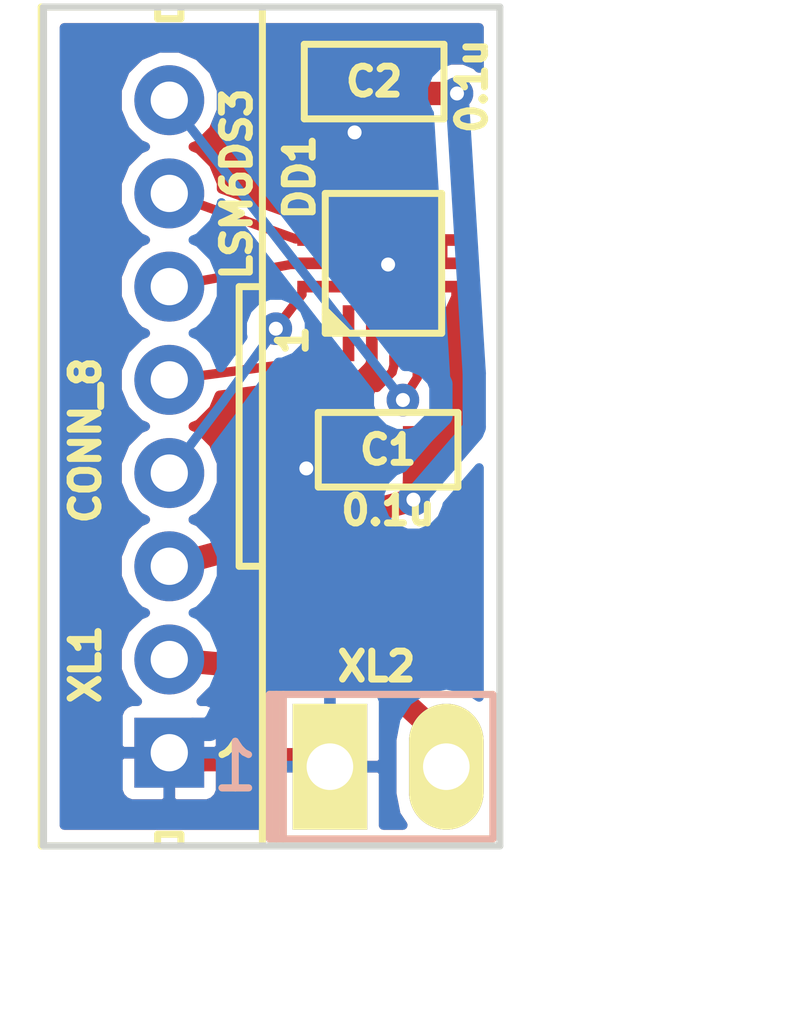
<source format=kicad_pcb>
(kicad_pcb (version 20170919) (host pcbnew "(2017-09-19 revision dddaa7e69)-makepkg")

  (general
    (thickness 1.6)
    (drawings 6)
    (tracks 118)
    (zones 0)
    (modules 5)
    (nets 12)
  )

  (page A4)
  (layers
    (0 F.Cu signal hide)
    (31 B.Cu signal hide)
    (37 F.SilkS user)
    (38 B.Mask user)
    (39 F.Mask user)
    (40 Dwgs.User user)
    (44 Edge.Cuts user)
  )

  (setup
    (last_trace_width 0.25)
    (trace_clearance 0.2)
    (zone_clearance 0.27)
    (zone_45_only no)
    (trace_min 0.2)
    (segment_width 0.2)
    (edge_width 0.15)
    (via_size 0.7)
    (via_drill 0.3)
    (via_min_size 0.4)
    (via_min_drill 0.3)
    (uvia_size 0.3)
    (uvia_drill 0.1)
    (uvias_allowed no)
    (uvia_min_size 0.2)
    (uvia_min_drill 0.1)
    (pcb_text_width 0.3)
    (pcb_text_size 1.5 1.5)
    (mod_edge_width 0.15)
    (mod_text_size 1 1)
    (mod_text_width 0.15)
    (pad_size 1.524 1.524)
    (pad_drill 0.762)
    (pad_to_mask_clearance 0.1)
    (solder_mask_min_width 0.15)
    (aux_axis_origin 0 0)
    (visible_elements 7FFFFF7F)
    (pcbplotparams
      (layerselection 0x010e0_ffffffff)
      (usegerberextensions true)
      (usegerberattributes true)
      (usegerberadvancedattributes true)
      (creategerberjobfile true)
      (excludeedgelayer true)
      (linewidth 0.150000)
      (plotframeref false)
      (viasonmask false)
      (mode 1)
      (useauxorigin false)
      (hpglpennumber 1)
      (hpglpenspeed 20)
      (hpglpendiameter 15)
      (psnegative false)
      (psa4output false)
      (plotreference true)
      (plotvalue true)
      (plotinvisibletext false)
      (padsonsilk false)
      (subtractmaskfromsilk false)
      (outputformat 1)
      (mirror false)
      (drillshape 0)
      (scaleselection 1)
      (outputdirectory Gerber))
  )

  (net 0 "")
  (net 1 GND)
  (net 2 /ACG_PWR)
  (net 3 /ACG_MOSI)
  (net 4 /ACG_SCK)
  (net 5 /ACG_CS)
  (net 6 "Net-(DD1-Pad11)")
  (net 7 "Net-(DD1-Pad10)")
  (net 8 "Net-(DD1-Pad9)")
  (net 9 /ACG_INT1)
  (net 10 /ACG_MISO)
  (net 11 /VibroOut)

  (net_class Default "This is the default net class."
    (clearance 0.2)
    (trace_width 0.25)
    (via_dia 0.7)
    (via_drill 0.3)
    (uvia_dia 0.3)
    (uvia_drill 0.1)
    (add_net /ACG_CS)
    (add_net /ACG_INT1)
    (add_net /ACG_MISO)
    (add_net /ACG_MOSI)
    (add_net /ACG_SCK)
    (add_net "Net-(DD1-Pad10)")
    (add_net "Net-(DD1-Pad11)")
    (add_net "Net-(DD1-Pad9)")
  )

  (net_class Wide ""
    (clearance 0.2)
    (trace_width 0.2)
    (via_dia 0.7)
    (via_drill 0.3)
    (uvia_dia 0.3)
    (uvia_drill 0.1)
    (add_net /ACG_PWR)
    (add_net /VibroOut)
    (add_net GND)
  )

  (module Capacitors:CAP_0603 (layer F.Cu) (tedit 5980AFC3) (tstamp 5A44ABB1)
    (at 129.9 73 180)
    (path /5A44329A)
    (attr smd)
    (fp_text reference C1 (at 0 0 180) (layer F.SilkS)
      (effects (font (size 0.6 0.6) (thickness 0.15)))
    )
    (fp_text value 0.1u (at 0 -1.3 180) (layer F.SilkS)
      (effects (font (size 0.6 0.6) (thickness 0.15)))
    )
    (fp_line (start -1.5 0.8) (end -1.5 0) (layer F.SilkS) (width 0.15))
    (fp_line (start 1.5 0.8) (end -1.5 0.8) (layer F.SilkS) (width 0.15))
    (fp_line (start 1.5 -0.8) (end 1.5 0.8) (layer F.SilkS) (width 0.15))
    (fp_line (start -1.5 -0.8) (end 1.5 -0.8) (layer F.SilkS) (width 0.15))
    (fp_line (start -1.5 0) (end -1.5 -0.8) (layer F.SilkS) (width 0.15))
    (pad 2 smd rect (at 0.762 0 180) (size 0.889 1.016) (layers F.Cu F.Mask)
      (net 1 GND))
    (pad 1 smd rect (at -0.762 0 180) (size 0.889 1.016) (layers F.Cu F.Mask)
      (net 2 /ACG_PWR))
    (model D:/Libs/Kicad/3d/c_0603.wrl
      (at (xyz 0 0 0))
      (scale (xyz 1 1 1))
      (rotate (xyz 0 0 0))
    )
  )

  (module Capacitors:CAP_0603 (layer F.Cu) (tedit 5A44AF3C) (tstamp 5A44ABBC)
    (at 129.6 65.1 180)
    (path /5A4432AA)
    (attr smd)
    (fp_text reference C2 (at 0 0 180) (layer F.SilkS)
      (effects (font (size 0.6 0.6) (thickness 0.15)))
    )
    (fp_text value 0.1u (at -2.1 -0.1 270) (layer F.SilkS)
      (effects (font (size 0.6 0.6) (thickness 0.15)))
    )
    (fp_line (start -1.5 0) (end -1.5 -0.8) (layer F.SilkS) (width 0.15))
    (fp_line (start -1.5 -0.8) (end 1.5 -0.8) (layer F.SilkS) (width 0.15))
    (fp_line (start 1.5 -0.8) (end 1.5 0.8) (layer F.SilkS) (width 0.15))
    (fp_line (start 1.5 0.8) (end -1.5 0.8) (layer F.SilkS) (width 0.15))
    (fp_line (start -1.5 0.8) (end -1.5 0) (layer F.SilkS) (width 0.15))
    (pad 1 smd rect (at -0.762 0 180) (size 0.889 1.016) (layers F.Cu F.Mask)
      (net 2 /ACG_PWR))
    (pad 2 smd rect (at 0.762 0 180) (size 0.889 1.016) (layers F.Cu F.Mask)
      (net 1 GND))
    (model D:/Libs/Kicad/3d/c_0603.wrl
      (at (xyz 0 0 0))
      (scale (xyz 1 1 1))
      (rotate (xyz 0 0 0))
    )
  )

  (module LGA:14_3x2d5_p0d5 (layer F.Cu) (tedit 5A44AF60) (tstamp 5A44ABD6)
    (at 129.8 69 90)
    (path /5A443270)
    (fp_text reference DD1 (at 1.85 -1.8 90) (layer F.SilkS)
      (effects (font (size 0.6 0.6) (thickness 0.15)))
    )
    (fp_text value LSM6DS3 (at 1.7 -3.15 90) (layer F.SilkS)
      (effects (font (size 0.6 0.6) (thickness 0.15)))
    )
    (fp_line (start -1.5 1.25) (end -1.5 -1.25) (layer F.SilkS) (width 0.15))
    (fp_line (start 1.5 1.25) (end -1.5 1.25) (layer F.SilkS) (width 0.15))
    (fp_line (start 1.5 -1.25) (end 1.5 1.25) (layer F.SilkS) (width 0.15))
    (fp_line (start -1.5 -1.25) (end 1.5 -1.25) (layer F.SilkS) (width 0.15))
    (fp_text user 1 (at -1.65 -1.95 90) (layer F.SilkS)
      (effects (font (size 0.6 0.6) (thickness 0.15)))
    )
    (fp_line (start -1.1 -1.25) (end -1.45 -1.1) (layer F.SilkS) (width 0.15))
    (fp_line (start -1.5 -0.9) (end -1.1 -1.25) (layer F.SilkS) (width 0.15))
    (fp_line (start -1.5 -0.75) (end -1 -1.25) (layer F.SilkS) (width 0.15))
    (pad 14 smd rect (at -0.5 -1.25 180) (size 1.2 0.25) (layers F.Cu F.Mask)
      (net 3 /ACG_MOSI))
    (pad 13 smd rect (at 0 -1.25 180) (size 1.2 0.25) (layers F.Cu F.Mask)
      (net 4 /ACG_SCK))
    (pad 12 smd rect (at 0.5 -1.25 180) (size 1.2 0.25) (layers F.Cu F.Mask)
      (net 5 /ACG_CS))
    (pad 11 smd rect (at 1.5 -0.75 90) (size 1.2 0.25) (layers F.Cu F.Mask)
      (net 6 "Net-(DD1-Pad11)"))
    (pad 10 smd rect (at 1.5 -0.25 90) (size 1.2 0.25) (layers F.Cu F.Mask)
      (net 7 "Net-(DD1-Pad10)"))
    (pad 9 smd rect (at 1.5 0.25 90) (size 1.2 0.25) (layers F.Cu F.Mask)
      (net 8 "Net-(DD1-Pad9)"))
    (pad 8 smd rect (at 1.5 0.75 90) (size 1.2 0.25) (layers F.Cu F.Mask)
      (net 2 /ACG_PWR))
    (pad 7 smd rect (at 0.5 1.25 180) (size 1.2 0.25) (layers F.Cu F.Mask)
      (net 1 GND))
    (pad 6 smd rect (at 0 1.25 180) (size 1.2 0.25) (layers F.Cu F.Mask)
      (net 1 GND))
    (pad 5 smd rect (at -0.5 1.25 180) (size 1.2 0.25) (layers F.Cu F.Mask)
      (net 2 /ACG_PWR))
    (pad 4 smd rect (at -1.5 0.75 90) (size 1.2 0.25) (layers F.Cu F.Mask)
      (net 9 /ACG_INT1))
    (pad 3 smd rect (at -1.5 0.25 90) (size 1.2 0.25) (layers F.Cu F.Mask)
      (net 1 GND))
    (pad 2 smd rect (at -1.5 -0.25 90) (size 1.2 0.25) (layers F.Cu F.Mask)
      (net 1 GND))
    (pad 1 smd rect (at -1.5 -0.75 90) (size 1.2 0.25) (layers F.Cu F.Mask)
      (net 10 /ACG_MISO))
  )

  (module "Connectors:WB-08(MW-8M)" (layer F.Cu) (tedit 5A44AF48) (tstamp 5A44ABF1)
    (at 125.2 72.5 90)
    (path /5A44B09F)
    (fp_text reference XL1 (at -5.1 -1.8 90) (layer F.SilkS)
      (effects (font (size 0.6 0.6) (thickness 0.15)))
    )
    (fp_text value CONN_8 (at -0.3 -1.8 90) (layer F.SilkS)
      (effects (font (size 0.6 0.6) (thickness 0.15)))
    )
    (fp_line (start -3 2) (end -3 1.5) (layer F.SilkS) (width 0.15))
    (fp_line (start -3 1.5) (end 3 1.5) (layer F.SilkS) (width 0.15))
    (fp_line (start 3 1.5) (end 3 2) (layer F.SilkS) (width 0.15))
    (fp_line (start -9 -2.75) (end 9 -2.75) (layer F.SilkS) (width 0.15))
    (fp_line (start -9 2) (end 9 2) (layer F.SilkS) (width 0.15))
    (fp_line (start -9 -0.25) (end -8.75 -0.25) (layer F.SilkS) (width 0.15))
    (fp_line (start -8.75 -0.25) (end -8.75 0.25) (layer F.SilkS) (width 0.15))
    (fp_line (start -8.75 0.25) (end -9 0.25) (layer F.SilkS) (width 0.15))
    (fp_line (start 9 -0.25) (end 8.75 -0.25) (layer F.SilkS) (width 0.15))
    (fp_line (start 8.75 -0.25) (end 8.75 0.25) (layer F.SilkS) (width 0.15))
    (fp_line (start 8.75 0.25) (end 9 0.25) (layer F.SilkS) (width 0.15))
    (fp_line (start -9 0) (end -9 2) (layer F.SilkS) (width 0.15))
    (fp_line (start 9 2) (end 9 0) (layer F.SilkS) (width 0.15))
    (fp_line (start 9 0) (end 9 -2.75) (layer F.SilkS) (width 0.15))
    (fp_line (start -9 -2.75) (end -9 0) (layer F.SilkS) (width 0.15))
    (pad 8 thru_hole circle (at 7 0 90) (size 1.5 1.5) (drill 0.8) (layers *.Cu *.Mask)
      (net 9 /ACG_INT1))
    (pad 7 thru_hole circle (at 5 0 90) (size 1.5 1.5) (drill 0.8) (layers *.Cu *.Mask)
      (net 5 /ACG_CS))
    (pad 6 thru_hole circle (at 3 0 90) (size 1.5 1.5) (drill 0.8) (layers *.Cu *.Mask)
      (net 4 /ACG_SCK))
    (pad 5 thru_hole circle (at 1 0 90) (size 1.5 1.5) (drill 0.8) (layers *.Cu *.Mask)
      (net 10 /ACG_MISO))
    (pad 1 thru_hole rect (at -7 0 90) (size 1.5 1.5) (drill 0.8) (layers *.Cu *.Mask)
      (net 1 GND))
    (pad 2 thru_hole circle (at -5 0 90) (size 1.5 1.5) (drill 0.8) (layers *.Cu *.Mask)
      (net 11 /VibroOut))
    (pad 3 thru_hole circle (at -3 0 90) (size 1.5 1.5) (drill 0.8) (layers *.Cu *.Mask)
      (net 2 /ACG_PWR))
    (pad 4 thru_hole circle (at -1 0 90) (size 1.5 1.5) (drill 0.8) (layers *.Cu *.Mask)
      (net 3 /ACG_MOSI))
  )

  (module Connectors:SLD_2_2D5 (layer F.Cu) (tedit 59677BDC) (tstamp 5A44AC0C)
    (at 129.9 79.8)
    (descr "Single-line connector 4-pin")
    (path /5A44B20D)
    (fp_text reference XL2 (at -0.25 -2.15) (layer F.SilkS)
      (effects (font (size 0.6 0.6) (thickness 0.15)))
    )
    (fp_text value CONN_2 (at 0.15 2.35) (layer F.SilkS) hide
      (effects (font (size 0.635 0.635) (thickness 0.16002)))
    )
    (fp_text user 1 (at -3.282 0) (layer F.SilkS)
      (effects (font (size 1 1) (thickness 0.15)))
    )
    (fp_text user 1 (at -3.282 0) (layer B.SilkS)
      (effects (font (size 1 1) (thickness 0.15)) (justify mirror))
    )
    (fp_line (start -2.25 1.55) (end -2.25 0) (layer F.SilkS) (width 0.15))
    (fp_line (start 2.25 1.55) (end -2.25 1.55) (layer F.SilkS) (width 0.15))
    (fp_line (start 2.25 -1.55) (end 2.25 1.55) (layer F.SilkS) (width 0.15))
    (fp_line (start -2.25 -1.55) (end 2.25 -1.55) (layer F.SilkS) (width 0.15))
    (fp_line (start -2.25 0) (end -2.25 -1.55) (layer F.SilkS) (width 0.15))
    (fp_line (start -2.4 1.55) (end -2.25 1.55) (layer B.SilkS) (width 0.15))
    (fp_line (start -2.4 -1.55) (end -2.4 1.55) (layer B.SilkS) (width 0.15))
    (fp_line (start -2.25 -1.55) (end -2.4 -1.55) (layer B.SilkS) (width 0.15))
    (fp_line (start -2.25 1.55) (end -2.25 -1.55) (layer B.SilkS) (width 0.15))
    (fp_line (start 2.25 1.55) (end -2.25 1.55) (layer B.SilkS) (width 0.15))
    (fp_line (start 2.25 -1.55) (end 2.25 1.55) (layer B.SilkS) (width 0.15))
    (fp_line (start -2.25 -1.55) (end 2.25 -1.55) (layer B.SilkS) (width 0.15))
    (fp_line (start -2.55 -1.55) (end -2.4 -1.55) (layer B.SilkS) (width 0.15))
    (fp_line (start -2.55 1.55) (end -2.55 -1.55) (layer B.SilkS) (width 0.15))
    (fp_line (start -2.4 1.55) (end -2.55 1.55) (layer B.SilkS) (width 0.15))
    (fp_line (start -2.55 1.55) (end -2.25 1.55) (layer F.SilkS) (width 0.15))
    (fp_line (start -2.55 -1.55) (end -2.55 1.55) (layer F.SilkS) (width 0.15))
    (fp_line (start -2.25 -1.55) (end -2.55 -1.55) (layer F.SilkS) (width 0.15))
    (fp_line (start -2.4 1.55) (end -2.4 -1.55) (layer F.SilkS) (width 0.15))
    (pad 1 thru_hole rect (at -1.25 0) (size 1.6 2.7) (drill 1) (layers *.Cu *.Mask F.SilkS)
      (net 1 GND))
    (pad 2 thru_hole oval (at 1.25 0) (size 1.6 2.7) (drill 1) (layers *.Cu *.Mask F.SilkS)
      (net 11 /VibroOut))
  )

  (dimension 18 (width 0.3) (layer Dwgs.User)
    (gr_text "18.000 mm" (at 136.15 72.5 90) (layer Dwgs.User)
      (effects (font (size 1.5 1.5) (thickness 0.3)))
    )
    (feature1 (pts (xy 132.3 63.5) (xy 137.5 63.5)))
    (feature2 (pts (xy 132.3 81.5) (xy 137.5 81.5)))
    (crossbar (pts (xy 134.8 81.5) (xy 134.8 63.5)))
    (arrow1a (pts (xy 134.8 63.5) (xy 135.386421 64.626504)))
    (arrow1b (pts (xy 134.8 63.5) (xy 134.213579 64.626504)))
    (arrow2a (pts (xy 134.8 81.5) (xy 135.386421 80.373496)))
    (arrow2b (pts (xy 134.8 81.5) (xy 134.213579 80.373496)))
  )
  (dimension 9.8 (width 0.3) (layer Dwgs.User)
    (gr_text "9.800 mm" (at 127.4 85.949999) (layer Dwgs.User)
      (effects (font (size 1.5 1.5) (thickness 0.3)))
    )
    (feature1 (pts (xy 132.3 81.5) (xy 132.3 87.299999)))
    (feature2 (pts (xy 122.5 81.5) (xy 122.5 87.299999)))
    (crossbar (pts (xy 122.5 84.599999) (xy 132.3 84.599999)))
    (arrow1a (pts (xy 132.3 84.599999) (xy 131.173496 85.18642)))
    (arrow1b (pts (xy 132.3 84.599999) (xy 131.173496 84.013578)))
    (arrow2a (pts (xy 122.5 84.599999) (xy 123.626504 85.18642)))
    (arrow2b (pts (xy 122.5 84.599999) (xy 123.626504 84.013578)))
  )
  (gr_line (start 122.5 63.5) (end 122.5 81.5) (angle 90) (layer Edge.Cuts) (width 0.15))
  (gr_line (start 132.3 63.5) (end 122.5 63.5) (angle 90) (layer Edge.Cuts) (width 0.15))
  (gr_line (start 132.3 81.5) (end 132.3 63.5) (angle 90) (layer Edge.Cuts) (width 0.15))
  (gr_line (start 122.5 81.5) (end 132.3 81.5) (angle 90) (layer Edge.Cuts) (width 0.15))

  (via (at 128.1434 73.4005) (size 0.7) (layers F.Cu B.Cu) (net 1))
  (via (at 129.8999 69.0255) (size 0.7) (layers F.Cu B.Cu) (net 1))
  (via (at 129.1804 66.1911) (size 0.7) (layers F.Cu B.Cu) (net 1))
  (segment (start 130.5559 72.7487) (end 128.1434 73.4005) (width 0.5) (layer B.Cu) (net 1))
  (segment (start 131.0339 72.2707) (end 130.5559 72.7487) (width 0.5) (layer B.Cu) (net 1))
  (segment (start 131.0339 71.5947) (end 131.0339 72.2707) (width 0.5) (layer B.Cu) (net 1))
  (segment (start 129.8999 69.0255) (end 131.0339 71.5947) (width 0.5) (layer B.Cu) (net 1))
  (segment (start 129.8999 69.0255) (end 129.1804 66.1911) (width 0.5) (layer B.Cu) (net 1))
  (segment (start 125.7 79) (end 125.2 79.5) (width 0.5) (layer B.Cu) (net 1))
  (segment (start 125.95 79) (end 125.7 79) (width 0.5) (layer B.Cu) (net 1))
  (segment (start 126.0536 79) (end 125.95 79) (width 0.5) (layer B.Cu) (net 1))
  (segment (start 126.2 78.8536) (end 126.0536 79) (width 0.5) (layer B.Cu) (net 1))
  (segment (start 126.583 78.0438) (end 126.2 78.8536) (width 0.5) (layer B.Cu) (net 1))
  (segment (start 127.585 75.9816) (end 126.583 78.0438) (width 0.5) (layer B.Cu) (net 1))
  (segment (start 128.2263 73.4144) (end 127.585 75.9816) (width 0.5) (layer B.Cu) (net 1))
  (segment (start 128.1434 73.4005) (end 128.2263 73.4144) (width 0.5) (layer B.Cu) (net 1))
  (segment (start 129.0325 65.358) (end 128.838 65.1) (width 0.5) (layer F.Cu) (net 1))
  (segment (start 129.0325 65.608) (end 129.0325 65.358) (width 0.5) (layer F.Cu) (net 1))
  (segment (start 129.0325 65.7116) (end 129.0325 65.608) (width 0.5) (layer F.Cu) (net 1))
  (segment (start 129.1804 66.1911) (end 129.0325 65.7116) (width 0.5) (layer F.Cu) (net 1))
  (segment (start 130.025 70) (end 130.05 70.5) (width 0.2) (layer F.Cu) (net 1))
  (segment (start 130.025 69.9) (end 130.025 70) (width 0.2) (layer F.Cu) (net 1))
  (segment (start 130.025 69.755) (end 130.025 69.9) (width 0.2) (layer F.Cu) (net 1))
  (segment (start 129.8999 69.1029) (end 130.025 69.755) (width 0.2) (layer F.Cu) (net 1))
  (segment (start 129.8999 69.0255) (end 129.8999 69.1029) (width 0.2) (layer F.Cu) (net 1))
  (segment (start 130.305 69.025) (end 129.8999 69.0255) (width 0.2) (layer F.Cu) (net 1))
  (segment (start 130.45 69.025) (end 130.305 69.025) (width 0.2) (layer F.Cu) (net 1))
  (segment (start 130.55 69.025) (end 130.45 69.025) (width 0.2) (layer F.Cu) (net 1))
  (segment (start 131.05 69) (end 130.55 69.025) (width 0.2) (layer F.Cu) (net 1))
  (segment (start 128.5899 73.258) (end 128.1434 73.4005) (width 0.5) (layer F.Cu) (net 1))
  (segment (start 128.6935 73.258) (end 128.5899 73.258) (width 0.5) (layer F.Cu) (net 1))
  (segment (start 128.9435 73.258) (end 128.6935 73.258) (width 0.5) (layer F.Cu) (net 1))
  (segment (start 129.138 73) (end 128.9435 73.258) (width 0.5) (layer F.Cu) (net 1))
  (segment (start 129.525 71) (end 129.55 70.5) (width 0.2) (layer F.Cu) (net 1))
  (segment (start 129.525 71.1) (end 129.525 71) (width 0.2) (layer F.Cu) (net 1))
  (segment (start 129.525 71.1414) (end 129.525 71.1) (width 0.2) (layer F.Cu) (net 1))
  (segment (start 129.4697 71.2221) (end 129.525 71.1414) (width 0.2) (layer F.Cu) (net 1))
  (segment (start 129.1864 71.5054) (end 129.4697 71.2221) (width 0.2) (layer F.Cu) (net 1))
  (segment (start 129.1404 71.642) (end 129.1864 71.5054) (width 0.2) (layer F.Cu) (net 1))
  (segment (start 129.1925 71.6613) (end 129.1404 71.642) (width 0.2) (layer F.Cu) (net 1))
  (segment (start 129.6575 71.6613) (end 129.1925 71.6613) (width 0.2) (layer F.Cu) (net 1))
  (segment (start 129.9863 71.3325) (end 129.6575 71.6613) (width 0.2) (layer F.Cu) (net 1))
  (segment (start 130.025 71.1932) (end 129.9863 71.3325) (width 0.2) (layer F.Cu) (net 1))
  (segment (start 130.025 71.1) (end 130.025 71.1932) (width 0.2) (layer F.Cu) (net 1))
  (segment (start 130.025 71) (end 130.025 71.1) (width 0.2) (layer F.Cu) (net 1))
  (segment (start 130.05 70.5) (end 130.025 71) (width 0.2) (layer F.Cu) (net 1))
  (segment (start 129.8999 68.8971) (end 129.8999 69.0255) (width 0.2) (layer F.Cu) (net 1))
  (segment (start 130.2221 68.5749) (end 129.8999 68.8971) (width 0.2) (layer F.Cu) (net 1))
  (segment (start 130.305 68.525) (end 130.2221 68.5749) (width 0.2) (layer F.Cu) (net 1))
  (segment (start 130.45 68.525) (end 130.305 68.525) (width 0.2) (layer F.Cu) (net 1))
  (segment (start 130.55 68.525) (end 130.45 68.525) (width 0.2) (layer F.Cu) (net 1))
  (segment (start 131.05 68.5) (end 130.55 68.525) (width 0.2) (layer F.Cu) (net 1))
  (segment (start 129.1404 72.492) (end 129.1404 71.642) (width 0.5) (layer F.Cu) (net 1))
  (segment (start 129.1404 72.742) (end 129.1404 72.492) (width 0.5) (layer F.Cu) (net 1))
  (segment (start 129.138 73) (end 129.1404 72.742) (width 0.5) (layer F.Cu) (net 1))
  (segment (start 128.1 79.65) (end 128.65 79.8) (width 0.5) (layer F.Cu) (net 1))
  (segment (start 127.85 79.65) (end 128.1 79.65) (width 0.5) (layer F.Cu) (net 1))
  (segment (start 125.95 79.65) (end 127.85 79.65) (width 0.5) (layer F.Cu) (net 1))
  (segment (start 125.7 79.65) (end 125.95 79.65) (width 0.5) (layer F.Cu) (net 1))
  (segment (start 125.2 79.5) (end 125.7 79.65) (width 0.5) (layer F.Cu) (net 1))
  (via (at 131.3795 65.3555) (size 0.7) (layers F.Cu B.Cu) (net 2))
  (via (at 130.4439 74.0709) (size 0.7) (layers F.Cu B.Cu) (net 2))
  (segment (start 131.7085 72.6087) (end 130.4439 74.0709) (width 0.5) (layer B.Cu) (net 2))
  (segment (start 131.7499 72.5087) (end 131.7085 72.6087) (width 0.5) (layer B.Cu) (net 2))
  (segment (start 131.7499 71.3567) (end 131.7499 72.5087) (width 0.5) (layer B.Cu) (net 2))
  (segment (start 131.3795 65.3555) (end 131.7499 71.3567) (width 0.5) (layer B.Cu) (net 2))
  (segment (start 130.8065 65.3555) (end 131.3795 65.3555) (width 0.5) (layer F.Cu) (net 2))
  (segment (start 130.5565 65.3555) (end 130.8065 65.3555) (width 0.5) (layer F.Cu) (net 2))
  (segment (start 130.362 65.1) (end 130.5565 65.3555) (width 0.5) (layer F.Cu) (net 2))
  (segment (start 130.525 67) (end 130.55 67.5) (width 0.2) (layer F.Cu) (net 2))
  (segment (start 130.525 66.9) (end 130.525 67) (width 0.2) (layer F.Cu) (net 2))
  (segment (start 130.525 65.608) (end 130.525 66.9) (width 0.2) (layer F.Cu) (net 2))
  (segment (start 130.525 65.508) (end 130.525 65.608) (width 0.2) (layer F.Cu) (net 2))
  (segment (start 130.362 65.1) (end 130.525 65.508) (width 0.2) (layer F.Cu) (net 2))
  (segment (start 131.3565 72.5956) (end 131.3565 70.0751) (width 0.5) (layer F.Cu) (net 2))
  (segment (start 131.2101 72.742) (end 131.3565 72.5956) (width 0.5) (layer F.Cu) (net 2))
  (segment (start 131.1065 72.742) (end 131.2101 72.742) (width 0.5) (layer F.Cu) (net 2))
  (segment (start 130.8565 72.742) (end 131.1065 72.742) (width 0.5) (layer F.Cu) (net 2))
  (segment (start 130.662 73) (end 130.8565 72.742) (width 0.5) (layer F.Cu) (net 2))
  (segment (start 125.2 75.5) (end 130.4439 74.0709) (width 0.5) (layer F.Cu) (net 2))
  (segment (start 131.3565 69.625) (end 131.3565 70.0751) (width 0.2) (layer F.Cu) (net 2))
  (segment (start 131.3565 69.525) (end 131.3565 69.625) (width 0.2) (layer F.Cu) (net 2))
  (segment (start 131.05 69.5) (end 131.3565 69.525) (width 0.2) (layer F.Cu) (net 2))
  (segment (start 130.4675 73.258) (end 130.662 73) (width 0.5) (layer F.Cu) (net 2))
  (segment (start 130.4675 73.508) (end 130.4675 73.258) (width 0.5) (layer F.Cu) (net 2))
  (segment (start 130.4675 73.6116) (end 130.4675 73.508) (width 0.5) (layer F.Cu) (net 2))
  (segment (start 130.4439 74.0709) (end 130.4675 73.6116) (width 0.5) (layer F.Cu) (net 2))
  (segment (start 131.3565 69.7151) (end 131.4929 70.0126) (width 0.2) (layer F.Cu) (net 2))
  (segment (start 131.3565 69.7151) (end 131.2201 70.0126) (width 0.2) (layer F.Cu) (net 2))
  (via (at 127.4889 70.4024) (size 0.7) (layers F.Cu B.Cu) (net 3))
  (segment (start 126.3501 71.9764) (end 127.4889 70.4024) (width 0.2) (layer B.Cu) (net 3))
  (segment (start 125.2 73.5) (end 126.3501 71.9764) (width 0.2) (layer B.Cu) (net 3))
  (segment (start 128.05 69.525) (end 128.55 69.5) (width 0.2) (layer F.Cu) (net 3))
  (segment (start 128.05 69.625) (end 128.05 69.525) (width 0.2) (layer F.Cu) (net 3))
  (segment (start 128.05 69.6664) (end 128.05 69.625) (width 0.2) (layer F.Cu) (net 3))
  (segment (start 127.4889 70.4024) (end 128.05 69.6664) (width 0.2) (layer F.Cu) (net 3))
  (segment (start 128.05 69.025) (end 128.55 69) (width 0.2) (layer F.Cu) (net 4))
  (segment (start 127.95 69.025) (end 128.05 69.025) (width 0.2) (layer F.Cu) (net 4))
  (segment (start 127.805 69.025) (end 127.95 69.025) (width 0.2) (layer F.Cu) (net 4))
  (segment (start 125.2 69.5) (end 127.805 69.025) (width 0.2) (layer F.Cu) (net 4))
  (segment (start 128.05 68.475) (end 128.55 68.5) (width 0.2) (layer F.Cu) (net 5))
  (segment (start 127.95 68.475) (end 128.05 68.475) (width 0.2) (layer F.Cu) (net 5))
  (segment (start 127.9086 68.475) (end 127.95 68.475) (width 0.2) (layer F.Cu) (net 5))
  (segment (start 125.2 67.5) (end 127.9086 68.475) (width 0.2) (layer F.Cu) (net 5))
  (via (at 130.2179 71.9327) (size 0.7) (layers F.Cu B.Cu) (net 9))
  (segment (start 130.2179 71.9327) (end 125.2 65.5) (width 0.2) (layer B.Cu) (net 9))
  (segment (start 130.525 71.4521) (end 130.2179 71.9327) (width 0.2) (layer F.Cu) (net 9))
  (segment (start 130.525 71.1) (end 130.525 71.4521) (width 0.2) (layer F.Cu) (net 9))
  (segment (start 130.525 71) (end 130.525 71.1) (width 0.2) (layer F.Cu) (net 9))
  (segment (start 130.55 70.5) (end 130.525 71) (width 0.2) (layer F.Cu) (net 9))
  (segment (start 129.025 71) (end 129.05 70.5) (width 0.2) (layer F.Cu) (net 10))
  (segment (start 128.925 71) (end 129.025 71) (width 0.2) (layer F.Cu) (net 10))
  (segment (start 128.8745 71) (end 128.925 71) (width 0.2) (layer F.Cu) (net 10))
  (segment (start 127.7996 71.1525) (end 128.8745 71) (width 0.2) (layer F.Cu) (net 10))
  (segment (start 125.2 71.5) (end 127.7996 71.1525) (width 0.2) (layer F.Cu) (net 10))
  (segment (start 131.15 79.25) (end 131.15 79.8) (width 0.5) (layer F.Cu) (net 11))
  (segment (start 129.6779 77.8999) (end 131.15 79.25) (width 0.5) (layer F.Cu) (net 11))
  (segment (start 125.2 77.5) (end 129.6779 77.8999) (width 0.5) (layer F.Cu) (net 11))

  (zone (net 1) (net_name GND) (layer F.Cu) (tstamp 5A44D8F8) (hatch edge 0.508)
    (connect_pads (clearance 0.27))
    (min_thickness 0.2)
    (fill yes (arc_segments 16) (thermal_gap 0.25) (thermal_bridge_width 0.25))
    (polygon
      (pts
        (xy 122.5 63.5) (xy 132.3 63.5) (xy 132.3 81.5) (xy 122.5 81.5)
      )
    )
    (filled_polygon
      (pts
        (xy 131.855 64.812706) (xy 131.78788 64.745469) (xy 131.523345 64.635625) (xy 131.236911 64.635375) (xy 131.183748 64.657341)
        (xy 131.183748 64.592) (xy 131.155032 64.447633) (xy 131.073255 64.325245) (xy 130.950867 64.243468) (xy 130.8065 64.214752)
        (xy 129.9175 64.214752) (xy 129.773133 64.243468) (xy 129.650745 64.325245) (xy 129.589074 64.417542) (xy 129.579215 64.393741)
        (xy 129.480759 64.295284) (xy 129.352119 64.242) (xy 128.9505 64.242) (xy 128.863 64.3295) (xy 128.863 65.075)
        (xy 128.883 65.075) (xy 128.883 65.125) (xy 128.863 65.125) (xy 128.863 65.8705) (xy 128.9505 65.958)
        (xy 129.352119 65.958) (xy 129.480759 65.904716) (xy 129.579215 65.806259) (xy 129.589074 65.782458) (xy 129.650745 65.874755)
        (xy 129.773133 65.956532) (xy 129.9175 65.985248) (xy 130.055 65.985248) (xy 130.055 66.522752) (xy 129.925 66.522752)
        (xy 129.8 66.547616) (xy 129.675 66.522752) (xy 129.425 66.522752) (xy 129.3 66.547616) (xy 129.175 66.522752)
        (xy 128.925 66.522752) (xy 128.780633 66.551468) (xy 128.658245 66.633245) (xy 128.576468 66.755633) (xy 128.547752 66.9)
        (xy 128.547752 67.997752) (xy 127.97048 67.997752) (xy 126.320084 67.403668) (xy 126.320194 67.278196) (xy 126.150043 66.8664)
        (xy 125.835257 66.551064) (xy 125.712488 66.500086) (xy 125.8336 66.450043) (xy 126.148936 66.135257) (xy 126.319805 65.723759)
        (xy 126.320194 65.278196) (xy 126.293049 65.2125) (xy 128.0435 65.2125) (xy 128.0435 65.67762) (xy 128.096785 65.806259)
        (xy 128.195241 65.904716) (xy 128.323881 65.958) (xy 128.7255 65.958) (xy 128.813 65.8705) (xy 128.813 65.125)
        (xy 128.131 65.125) (xy 128.0435 65.2125) (xy 126.293049 65.2125) (xy 126.150043 64.8664) (xy 125.835257 64.551064)
        (xy 125.766179 64.52238) (xy 128.0435 64.52238) (xy 128.0435 64.9875) (xy 128.131 65.075) (xy 128.813 65.075)
        (xy 128.813 64.3295) (xy 128.7255 64.242) (xy 128.323881 64.242) (xy 128.195241 64.295284) (xy 128.096785 64.393741)
        (xy 128.0435 64.52238) (xy 125.766179 64.52238) (xy 125.423759 64.380195) (xy 124.978196 64.379806) (xy 124.5664 64.549957)
        (xy 124.251064 64.864743) (xy 124.080195 65.276241) (xy 124.079806 65.721804) (xy 124.249957 66.1336) (xy 124.564743 66.448936)
        (xy 124.687512 66.499914) (xy 124.5664 66.549957) (xy 124.251064 66.864743) (xy 124.080195 67.276241) (xy 124.079806 67.721804)
        (xy 124.249957 68.1336) (xy 124.564743 68.448936) (xy 124.687512 68.499914) (xy 124.5664 68.549957) (xy 124.251064 68.864743)
        (xy 124.080195 69.276241) (xy 124.079806 69.721804) (xy 124.249957 70.1336) (xy 124.564743 70.448936) (xy 124.687512 70.499914)
        (xy 124.5664 70.549957) (xy 124.251064 70.864743) (xy 124.080195 71.276241) (xy 124.079806 71.721804) (xy 124.249957 72.1336)
        (xy 124.564743 72.448936) (xy 124.687512 72.499914) (xy 124.5664 72.549957) (xy 124.251064 72.864743) (xy 124.080195 73.276241)
        (xy 124.079806 73.721804) (xy 124.249957 74.1336) (xy 124.564743 74.448936) (xy 124.687512 74.499914) (xy 124.5664 74.549957)
        (xy 124.251064 74.864743) (xy 124.080195 75.276241) (xy 124.079806 75.721804) (xy 124.249957 76.1336) (xy 124.564743 76.448936)
        (xy 124.687512 76.499914) (xy 124.5664 76.549957) (xy 124.251064 76.864743) (xy 124.080195 77.276241) (xy 124.079806 77.721804)
        (xy 124.249957 78.1336) (xy 124.515892 78.4) (xy 124.38038 78.4) (xy 124.251741 78.453285) (xy 124.153284 78.551741)
        (xy 124.1 78.680381) (xy 124.1 79.3875) (xy 124.1875 79.475) (xy 125.175 79.475) (xy 125.175 79.455)
        (xy 125.225 79.455) (xy 125.225 79.475) (xy 126.2125 79.475) (xy 126.3 79.3875) (xy 126.3 78.680381)
        (xy 126.246716 78.551741) (xy 126.148259 78.453285) (xy 126.01962 78.4) (xy 125.88373 78.4) (xy 126.082774 78.201304)
        (xy 127.520975 78.329742) (xy 127.5 78.38038) (xy 127.5 79.6875) (xy 127.5875 79.775) (xy 128.625 79.775)
        (xy 128.625 79.755) (xy 128.675 79.755) (xy 128.675 79.775) (xy 129.7125 79.775) (xy 129.8 79.6875)
        (xy 129.8 78.853145) (xy 130.013321 79.048787) (xy 129.98 79.216303) (xy 129.98 80.383697) (xy 130.069061 80.831437)
        (xy 130.218441 81.055) (xy 129.8 81.055) (xy 129.8 79.9125) (xy 129.7125 79.825) (xy 128.675 79.825)
        (xy 128.675 79.845) (xy 128.625 79.845) (xy 128.625 79.825) (xy 127.5875 79.825) (xy 127.5 79.9125)
        (xy 127.5 81.055) (xy 122.945 81.055) (xy 122.945 79.6125) (xy 124.1 79.6125) (xy 124.1 80.319619)
        (xy 124.153284 80.448259) (xy 124.251741 80.546715) (xy 124.38038 80.6) (xy 125.0875 80.6) (xy 125.175 80.5125)
        (xy 125.175 79.525) (xy 125.225 79.525) (xy 125.225 80.5125) (xy 125.3125 80.6) (xy 126.01962 80.6)
        (xy 126.148259 80.546715) (xy 126.246716 80.448259) (xy 126.3 80.319619) (xy 126.3 79.6125) (xy 126.2125 79.525)
        (xy 125.225 79.525) (xy 125.175 79.525) (xy 124.1875 79.525) (xy 124.1 79.6125) (xy 122.945 79.6125)
        (xy 122.945 63.945) (xy 131.855 63.945)
      )
    )
    (filled_polygon
      (pts
        (xy 129.925 68.477248) (xy 130.175 68.477248) (xy 130.187301 68.474801) (xy 130.1875 68.475) (xy 130.413698 68.475)
        (xy 130.425 68.477248) (xy 130.675 68.477248) (xy 130.686302 68.475) (xy 131.025 68.475) (xy 131.025 68.455)
        (xy 131.075 68.455) (xy 131.075 68.475) (xy 131.095 68.475) (xy 131.095 68.525) (xy 131.075 68.525)
        (xy 131.075 68.975) (xy 131.095 68.975) (xy 131.095 68.997752) (xy 130.45 68.997752) (xy 130.313013 69.025)
        (xy 130.1875 69.025) (xy 130.1 69.1125) (xy 130.1 69.19462) (xy 130.10977 69.218208) (xy 130.101468 69.230633)
        (xy 130.072752 69.375) (xy 130.072752 69.625) (xy 130.075199 69.637301) (xy 130.075 69.6375) (xy 130.075 69.763013)
        (xy 130.047752 69.9) (xy 130.047752 70.545) (xy 130.025 70.545) (xy 130.025 70.525) (xy 129.575 70.525)
        (xy 129.575 71.3625) (xy 129.6625 71.45) (xy 129.682319 71.45) (xy 129.607869 71.52432) (xy 129.498025 71.788855)
        (xy 129.497775 72.075289) (xy 129.525339 72.142) (xy 129.2505 72.142) (xy 129.163 72.2295) (xy 129.163 72.975)
        (xy 129.183 72.975) (xy 129.183 73.025) (xy 129.163 73.025) (xy 129.163 73.045) (xy 129.113 73.045)
        (xy 129.113 73.025) (xy 128.431 73.025) (xy 128.3435 73.1125) (xy 128.3435 73.57762) (xy 128.396785 73.706259)
        (xy 128.495241 73.804716) (xy 128.623881 73.858) (xy 128.867129 73.858) (xy 125.939787 74.655777) (xy 125.835257 74.551064)
        (xy 125.712488 74.500086) (xy 125.8336 74.450043) (xy 126.148936 74.135257) (xy 126.319805 73.723759) (xy 126.320194 73.278196)
        (xy 126.150043 72.8664) (xy 125.835257 72.551064) (xy 125.712488 72.500086) (xy 125.8336 72.450043) (xy 125.861311 72.42238)
        (xy 128.3435 72.42238) (xy 128.3435 72.8875) (xy 128.431 72.975) (xy 129.113 72.975) (xy 129.113 72.2295)
        (xy 129.0255 72.142) (xy 128.623881 72.142) (xy 128.495241 72.195284) (xy 128.396785 72.293741) (xy 128.3435 72.42238)
        (xy 125.861311 72.42238) (xy 126.148936 72.135257) (xy 126.275519 71.830411) (xy 127.861873 71.618356) (xy 127.863696 71.617733)
        (xy 127.86562 71.61784) (xy 128.896518 71.471583) (xy 128.925 71.477248) (xy 129.175 71.477248) (xy 129.319367 71.448532)
        (xy 129.331792 71.44023) (xy 129.35538 71.45) (xy 129.4375 71.45) (xy 129.525 71.3625) (xy 129.525 71.236987)
        (xy 129.552248 71.1) (xy 129.552248 69.9) (xy 129.525 69.763013) (xy 129.525 69.6375) (xy 129.575 69.6375)
        (xy 129.575 70.475) (xy 130.025 70.475) (xy 130.025 69.6375) (xy 129.9375 69.55) (xy 129.85538 69.55)
        (xy 129.8 69.57294) (xy 129.74462 69.55) (xy 129.6625 69.55) (xy 129.575 69.6375) (xy 129.525 69.6375)
        (xy 129.524801 69.637301) (xy 129.527248 69.625) (xy 129.527248 69.375) (xy 129.502384 69.25) (xy 129.527248 69.125)
        (xy 129.527248 68.875) (xy 129.502384 68.75) (xy 129.527248 68.625) (xy 129.527248 68.6125) (xy 130.1 68.6125)
        (xy 130.1 68.69462) (xy 130.12294 68.75) (xy 130.1 68.80538) (xy 130.1 68.8875) (xy 130.1875 68.975)
        (xy 131.025 68.975) (xy 131.025 68.525) (xy 130.1875 68.525) (xy 130.1 68.6125) (xy 129.527248 68.6125)
        (xy 129.527248 68.477248) (xy 129.675 68.477248) (xy 129.8 68.452384)
      )
    )
  )
  (zone (net 1) (net_name GND) (layer B.Cu) (tstamp 5A44D8FB) (hatch edge 0.508)
    (connect_pads (clearance 0.27))
    (min_thickness 0.2)
    (fill yes (arc_segments 16) (thermal_gap 0.25) (thermal_bridge_width 0.25))
    (polygon
      (pts
        (xy 122.5 63.5) (xy 132.3 63.5) (xy 132.3 81.5) (xy 122.5 81.5)
      )
    )
    (filled_polygon
      (pts
        (xy 131.855 64.812706) (xy 131.78788 64.745469) (xy 131.523345 64.635625) (xy 131.236911 64.635375) (xy 130.972185 64.744757)
        (xy 130.769469 64.94712) (xy 130.659625 65.211655) (xy 130.659375 65.498089) (xy 130.768757 65.762815) (xy 130.78443 65.778515)
        (xy 131.1299 71.375808) (xy 131.1299 72.329915) (xy 130.216796 73.385696) (xy 130.036585 73.460157) (xy 129.833869 73.66252)
        (xy 129.724025 73.927055) (xy 129.723775 74.213489) (xy 129.833157 74.478215) (xy 130.03552 74.680931) (xy 130.300055 74.790775)
        (xy 130.586489 74.791025) (xy 130.851215 74.681643) (xy 131.053931 74.47928) (xy 131.163775 74.214745) (xy 131.1638 74.186306)
        (xy 131.855 73.387103) (xy 131.855 78.30726) (xy 131.59774 78.135364) (xy 131.15 78.046303) (xy 130.70226 78.135364)
        (xy 130.322685 78.388988) (xy 130.069061 78.768563) (xy 129.98 79.216303) (xy 129.98 80.383697) (xy 130.069061 80.831437)
        (xy 130.218441 81.055) (xy 129.8 81.055) (xy 129.8 79.9125) (xy 129.7125 79.825) (xy 128.675 79.825)
        (xy 128.675 79.845) (xy 128.625 79.845) (xy 128.625 79.825) (xy 127.5875 79.825) (xy 127.5 79.9125)
        (xy 127.5 81.055) (xy 122.945 81.055) (xy 122.945 79.6125) (xy 124.1 79.6125) (xy 124.1 80.319619)
        (xy 124.153284 80.448259) (xy 124.251741 80.546715) (xy 124.38038 80.6) (xy 125.0875 80.6) (xy 125.175 80.5125)
        (xy 125.175 79.525) (xy 125.225 79.525) (xy 125.225 80.5125) (xy 125.3125 80.6) (xy 126.01962 80.6)
        (xy 126.148259 80.546715) (xy 126.246716 80.448259) (xy 126.3 80.319619) (xy 126.3 79.6125) (xy 126.2125 79.525)
        (xy 125.225 79.525) (xy 125.175 79.525) (xy 124.1875 79.525) (xy 124.1 79.6125) (xy 122.945 79.6125)
        (xy 122.945 65.721804) (xy 124.079806 65.721804) (xy 124.249957 66.1336) (xy 124.564743 66.448936) (xy 124.687512 66.499914)
        (xy 124.5664 66.549957) (xy 124.251064 66.864743) (xy 124.080195 67.276241) (xy 124.079806 67.721804) (xy 124.249957 68.1336)
        (xy 124.564743 68.448936) (xy 124.687512 68.499914) (xy 124.5664 68.549957) (xy 124.251064 68.864743) (xy 124.080195 69.276241)
        (xy 124.079806 69.721804) (xy 124.249957 70.1336) (xy 124.564743 70.448936) (xy 124.687512 70.499914) (xy 124.5664 70.549957)
        (xy 124.251064 70.864743) (xy 124.080195 71.276241) (xy 124.079806 71.721804) (xy 124.249957 72.1336) (xy 124.564743 72.448936)
        (xy 124.687512 72.499914) (xy 124.5664 72.549957) (xy 124.251064 72.864743) (xy 124.080195 73.276241) (xy 124.079806 73.721804)
        (xy 124.249957 74.1336) (xy 124.564743 74.448936) (xy 124.687512 74.499914) (xy 124.5664 74.549957) (xy 124.251064 74.864743)
        (xy 124.080195 75.276241) (xy 124.079806 75.721804) (xy 124.249957 76.1336) (xy 124.564743 76.448936) (xy 124.687512 76.499914)
        (xy 124.5664 76.549957) (xy 124.251064 76.864743) (xy 124.080195 77.276241) (xy 124.079806 77.721804) (xy 124.249957 78.1336)
        (xy 124.515892 78.4) (xy 124.38038 78.4) (xy 124.251741 78.453285) (xy 124.153284 78.551741) (xy 124.1 78.680381)
        (xy 124.1 79.3875) (xy 124.1875 79.475) (xy 125.175 79.475) (xy 125.175 79.455) (xy 125.225 79.455)
        (xy 125.225 79.475) (xy 126.2125 79.475) (xy 126.3 79.3875) (xy 126.3 78.680381) (xy 126.246716 78.551741)
        (xy 126.148259 78.453285) (xy 126.01962 78.4) (xy 125.88373 78.4) (xy 125.903384 78.38038) (xy 127.5 78.38038)
        (xy 127.5 79.6875) (xy 127.5875 79.775) (xy 128.625 79.775) (xy 128.625 78.1875) (xy 128.675 78.1875)
        (xy 128.675 79.775) (xy 129.7125 79.775) (xy 129.8 79.6875) (xy 129.8 78.38038) (xy 129.746715 78.251741)
        (xy 129.648259 78.153284) (xy 129.519619 78.1) (xy 128.7625 78.1) (xy 128.675 78.1875) (xy 128.625 78.1875)
        (xy 128.5375 78.1) (xy 127.780381 78.1) (xy 127.651741 78.153284) (xy 127.553285 78.251741) (xy 127.5 78.38038)
        (xy 125.903384 78.38038) (xy 126.148936 78.135257) (xy 126.319805 77.723759) (xy 126.320194 77.278196) (xy 126.150043 76.8664)
        (xy 125.835257 76.551064) (xy 125.712488 76.500086) (xy 125.8336 76.450043) (xy 126.148936 76.135257) (xy 126.319805 75.723759)
        (xy 126.320194 75.278196) (xy 126.150043 74.8664) (xy 125.835257 74.551064) (xy 125.712488 74.500086) (xy 125.8336 74.450043)
        (xy 126.148936 74.135257) (xy 126.319805 73.723759) (xy 126.320194 73.278196) (xy 126.191469 72.966659) (xy 126.725224 72.259565)
        (xy 126.727334 72.255199) (xy 126.730887 72.251902) (xy 127.548052 71.122452) (xy 127.631489 71.122525) (xy 127.896215 71.013143)
        (xy 128.098931 70.81078) (xy 128.208775 70.546245) (xy 128.209025 70.259811) (xy 128.099643 69.995085) (xy 127.89728 69.792369)
        (xy 127.632745 69.682525) (xy 127.346311 69.682275) (xy 127.081585 69.791657) (xy 126.878869 69.99402) (xy 126.769025 70.258555)
        (xy 126.768775 70.544989) (xy 126.782169 70.577404) (xy 126.303817 71.238561) (xy 126.150043 70.8664) (xy 125.835257 70.551064)
        (xy 125.712488 70.500086) (xy 125.8336 70.450043) (xy 126.148936 70.135257) (xy 126.319805 69.723759) (xy 126.320194 69.278196)
        (xy 126.150043 68.8664) (xy 125.835257 68.551064) (xy 125.712488 68.500086) (xy 125.8336 68.450043) (xy 126.148936 68.135257)
        (xy 126.319805 67.723759) (xy 126.319826 67.699712) (xy 129.502049 71.779165) (xy 129.498025 71.788855) (xy 129.497775 72.075289)
        (xy 129.607157 72.340015) (xy 129.80952 72.542731) (xy 130.074055 72.652575) (xy 130.360489 72.652825) (xy 130.625215 72.543443)
        (xy 130.827931 72.34108) (xy 130.937775 72.076545) (xy 130.938025 71.790111) (xy 130.828643 71.525385) (xy 130.62628 71.322669)
        (xy 130.361745 71.212825) (xy 130.252363 71.21273) (xy 126.198505 66.015883) (xy 126.319805 65.723759) (xy 126.320194 65.278196)
        (xy 126.150043 64.8664) (xy 125.835257 64.551064) (xy 125.423759 64.380195) (xy 124.978196 64.379806) (xy 124.5664 64.549957)
        (xy 124.251064 64.864743) (xy 124.080195 65.276241) (xy 124.079806 65.721804) (xy 122.945 65.721804) (xy 122.945 63.945)
        (xy 131.855 63.945)
      )
    )
  )
)

</source>
